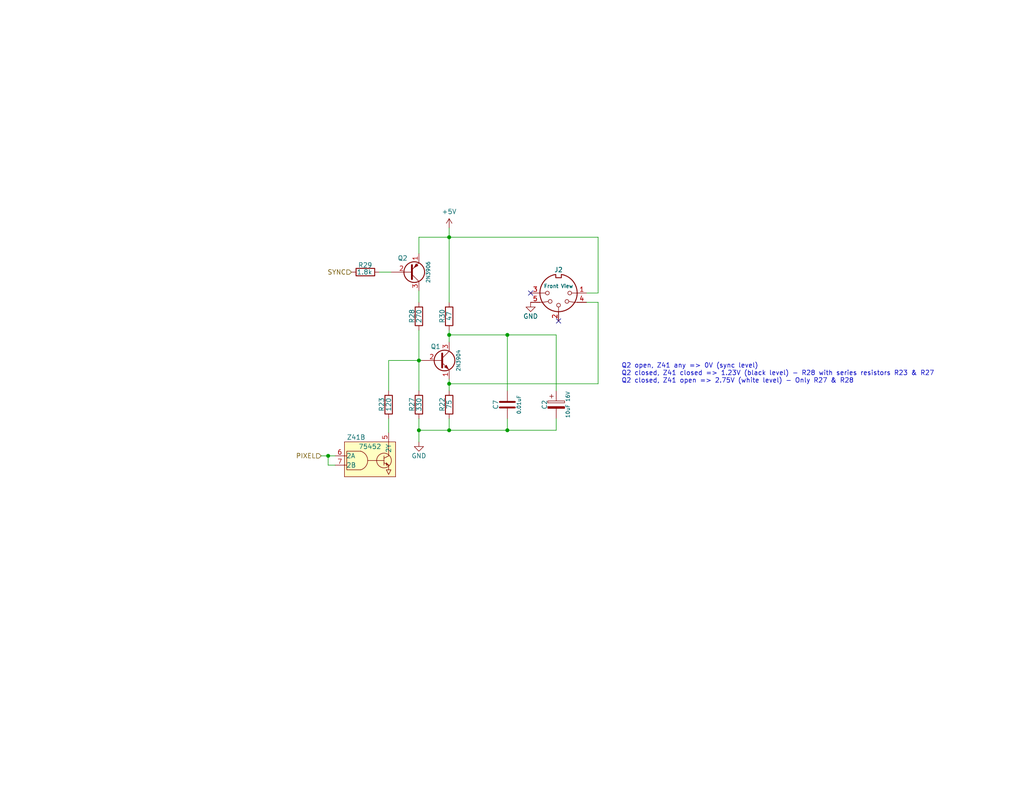
<source format=kicad_sch>
(kicad_sch (version 20230121) (generator eeschema)
  (paper "USLetter")
  (title_block (title "TRS-80 Model I") (date "2023-10-24") (rev "G") (company "RetroStack - Marcel Erz") (comment 2 "Mixing circuit for sync and pixel data") (comment 4 "Video Mixer"))
  (lib_symbols
    (symbol "Connector:DIN-5_180degree" (pin_names (offset 1.016))
      (property "Reference" "J" (at 3.175 5.715 0))
      (property "Value" "DIN-5_180degree" (at 0 -6.35 0))
      (symbol "DIN-5_180degree_0_1"
        (arc (start -5.08 0) (mid -3.8609 -3.3364) (end -0.762 -5.08) (stroke (width 0.254)))
        (circle (center -3.048 0) (radius 0.508))
        (circle (center -2.286 2.286) (radius 0.508))
        (polyline (pts (xy -5.08 0) (xy -3.556 0)))
        (polyline (pts (xy 0 5.08) (xy 0 3.81)))
        (polyline (pts (xy 5.08 0) (xy 3.556 0)))
        (polyline (pts (xy -5.08 2.54) (xy -4.318 2.54) (xy -2.794 2.286)))
        (polyline (pts (xy 5.08 2.54) (xy 4.318 2.54) (xy 2.794 2.286)))
        (polyline (pts (xy -0.762 -4.953) (xy -0.762 -4.191) (xy 0.762 -4.191) (xy 0.762 -4.953)) (stroke (width 0.254)))
        (circle (center 0 3.302) (radius 0.508))
        (arc (start 0.762 -5.08) (mid 3.8685 -3.343) (end 5.08 0) (stroke (width 0.254)))
        (circle (center 2.286 2.286) (radius 0.508))
        (circle (center 3.048 0) (radius 0.508))
        (arc (start 5.08 0) (mid 0 5.0579) (end -5.08 0) (stroke (width 0.254)))
      )
      (symbol "DIN-5_180degree_1_1"
        (pin passive line (at -7.62 0 0) (length 2.54) (name "~") (number "1"))
        (pin passive line (at 0 7.62 270) (length 2.54) (name "~") (number "2"))
        (pin passive line (at 7.62 0 180) (length 2.54) (name "~") (number "3"))
        (pin passive line (at -7.62 2.54 0) (length 2.54) (name "~") (number "4"))
        (pin passive line (at 7.62 2.54 180) (length 2.54) (name "~") (number "5"))
      )
    )
    (symbol "Device:C" (pin_numbers hide) (pin_names (offset 0.254))
      (property "Reference" "C" (at 0.635 2.54 0))
      (property "Value" "C" (at 0.635 -2.54 0))
      (symbol "C_0_1"
        (polyline (pts (xy -2.032 -0.762) (xy 2.032 -0.762)) (stroke (width 0.508)))
        (polyline (pts (xy -2.032 0.762) (xy 2.032 0.762)) (stroke (width 0.508)))
      )
      (symbol "C_1_1"
        (pin passive line (at 0 3.81 270) (length 2.794) (name "~") (number "1"))
        (pin passive line (at 0 -3.81 90) (length 2.794) (name "~") (number "2"))
      )
    )
    (symbol "Device:C_Polarized" (pin_numbers hide) (pin_names (offset 0.254))
      (property "Reference" "C" (at 0.635 2.54 0))
      (property "Value" "C_Polarized" (at 0.635 -2.54 0))
      (symbol "C_Polarized_0_1"
        (rectangle (start -2.286 0.508) (end 2.286 1.016))
        (polyline (pts (xy -1.778 2.286) (xy -0.762 2.286)))
        (polyline (pts (xy -1.27 2.794) (xy -1.27 1.778)))
        (rectangle (start 2.286 -0.508) (end -2.286 -1.016) (fill (type outline)))
      )
      (symbol "C_Polarized_1_1"
        (pin passive line (at 0 3.81 270) (length 2.794) (name "~") (number "1"))
        (pin passive line (at 0 -3.81 90) (length 2.794) (name "~") (number "2"))
      )
    )
    (symbol "Device:R" (pin_numbers hide) (pin_names (offset 0))
      (property "Reference" "R" (at 2.032 0 90))
      (property "Value" "R" (at 0 0 90))
      (symbol "R_0_1"
        (rectangle (start -1.016 -2.54) (end 1.016 2.54) (stroke (width 0.254)))
      )
      (symbol "R_1_1"
        (pin passive line (at 0 3.81 270) (length 1.27) (name "~") (number "1"))
        (pin passive line (at 0 -3.81 90) (length 1.27) (name "~") (number "2"))
      )
    )
    (symbol "RetroStackLibrary:75452"
      (property "Reference" "U" (at 0 0 0))
      (property "Value" "75452" (at 0 -2.54 0))
      (symbol "75452_1_1"
        (rectangle (start -6.985 -1.27) (end 6.985 -10.795) (fill (type background)))
        (arc (start -2.54 -8.89) (mid -0.6393 -6.35) (end -2.54 -3.81))
        (circle (center -0.127 -6.35) (radius 0.5236))
        (polyline (pts (xy -6.35 -7.62) (xy -6.985 -7.62)))
        (polyline (pts (xy -6.35 -5.08) (xy -6.985 -5.08)))
        (polyline (pts (xy 0.381 -6.35) (xy 1.905 -6.35)))
        (polyline (pts (xy 3.81 -6.985) (xy 5.08 -7.62)))
        (polyline (pts (xy 3.81 -6.35) (xy 1.905 -6.35)))
        (polyline (pts (xy 3.81 -5.715) (xy 5.08 -5.08)))
        (polyline (pts (xy 3.81 -5.08) (xy 3.81 -7.62)))
        (polyline (pts (xy 4.445 -6.985) (xy 4.445 -7.62)))
        (polyline (pts (xy 5.08 -7.62) (xy 4.445 -7.62)))
        (polyline (pts (xy 5.08 -7.62) (xy 4.445 -6.985)))
        (polyline (pts (xy 5.08 -7.62) (xy 5.08 -8.89)))
        (polyline (pts (xy 5.08 -5.08) (xy 5.08 -1.27)))
        (polyline (pts (xy -2.54 -8.89) (xy -6.35 -8.89) (xy -6.35 -3.81) (xy -2.54 -3.81)))
        (polyline (pts (xy 4.445 -8.89) (xy 5.715 -8.89) (xy 5.08 -10.16) (xy 4.445 -8.89)))
        (circle (center 3.81 -6.35) (radius 2.008))
        (pin input line (at -9.525 -5.08 0) (length 2.54) (name "1A") (number "1"))
        (pin input line (at -9.525 -7.62 0) (length 2.54) (name "1B") (number "2"))
        (pin passive line (at 5.08 1.27 270) (length 2.54) (name "1Y") (number "3"))
      )
      (symbol "75452_2_1"
        (rectangle (start -6.985 -1.27) (end 6.985 -10.795) (fill (type background)))
        (arc (start -2.54 -8.89) (mid -0.6393 -6.35) (end -2.54 -3.81))
        (polyline (pts (xy -6.35 -7.62) (xy -6.985 -7.62)))
        (polyline (pts (xy -6.35 -5.08) (xy -6.985 -5.08)))
        (polyline (pts (xy -0.635 -6.35) (xy 1.905 -6.35)))
        (polyline (pts (xy 3.81 -6.985) (xy 5.08 -7.62)))
        (polyline (pts (xy 3.81 -6.35) (xy 1.905 -6.35)))
        (polyline (pts (xy 3.81 -5.715) (xy 5.08 -5.08)))
        (polyline (pts (xy 3.81 -5.08) (xy 3.81 -7.62)))
        (polyline (pts (xy 4.445 -6.985) (xy 4.445 -7.62)))
        (polyline (pts (xy 5.08 -7.62) (xy 4.445 -7.62)))
        (polyline (pts (xy 5.08 -7.62) (xy 4.445 -6.985)))
        (polyline (pts (xy 5.08 -7.62) (xy 5.08 -8.89)))
        (polyline (pts (xy 5.08 -5.08) (xy 5.08 -1.27)))
        (polyline (pts (xy -2.54 -8.89) (xy -6.35 -8.89) (xy -6.35 -3.81) (xy -2.54 -3.81)))
        (polyline (pts (xy 4.445 -8.89) (xy 5.715 -8.89) (xy 5.08 -10.16) (xy 4.445 -8.89)))
        (circle (center 3.81 -6.35) (radius 2.008))
        (pin passive line (at 5.08 1.27 270) (length 2.54) (name "2Y") (number "5"))
        (pin input line (at -9.525 -5.08 0) (length 2.54) (name "2A") (number "6"))
        (pin input line (at -9.525 -7.62 0) (length 2.54) (name "2B") (number "7"))
      )
      (symbol "75452_3_1"
        (rectangle (start -6.985 -1.27) (end 3.175 -16.51) (fill (type background)))
        (pin passive line (at -1.905 -19.05 90) (length 2.54) (name "GND") (number "4"))
        (pin passive line (at -1.905 1.27 270) (length 2.54) (name "VCC") (number "8"))
      )
    )
    (symbol "Transistor_BJT:2N3904" (pin_names (offset 0) hide)
      (property "Reference" "Q" (at 5.08 1.905 0))
      (property "Value" "2N3904" (at 5.08 0 0))
      (symbol "2N3904_0_1"
        (polyline (pts (xy 0.635 0.635) (xy 2.54 2.54)))
        (polyline (pts (xy 0.635 -0.635) (xy 2.54 -2.54) (xy 2.54 -2.54)))
        (polyline (pts (xy 0.635 1.905) (xy 0.635 -1.905) (xy 0.635 -1.905)) (stroke (width 0.508)))
        (polyline (pts (xy 1.27 -1.778) (xy 1.778 -1.27) (xy 2.286 -2.286) (xy 1.27 -1.778) (xy 1.27 -1.778)) (fill (type outline)))
        (circle (center 1.27 0) (radius 2.8194) (stroke (width 0.254)))
      )
      (symbol "2N3904_1_1"
        (pin passive line (at 2.54 -5.08 90) (length 2.54) (name "E") (number "1"))
        (pin passive line (at -5.08 0 0) (length 5.715) (name "B") (number "2"))
        (pin passive line (at 2.54 5.08 270) (length 2.54) (name "C") (number "3"))
      )
    )
    (symbol "Transistor_BJT:2N3906" (pin_names (offset 0) hide)
      (property "Reference" "Q" (at 5.08 1.905 0))
      (property "Value" "2N3906" (at 5.08 0 0))
      (symbol "2N3906_0_1"
        (polyline (pts (xy 0.635 0.635) (xy 2.54 2.54)))
        (polyline (pts (xy 0.635 -0.635) (xy 2.54 -2.54) (xy 2.54 -2.54)))
        (polyline (pts (xy 0.635 1.905) (xy 0.635 -1.905) (xy 0.635 -1.905)) (stroke (width 0.508)))
        (polyline (pts (xy 2.286 -1.778) (xy 1.778 -2.286) (xy 1.27 -1.27) (xy 2.286 -1.778) (xy 2.286 -1.778)) (fill (type outline)))
        (circle (center 1.27 0) (radius 2.8194) (stroke (width 0.254)))
      )
      (symbol "2N3906_1_1"
        (pin passive line (at 2.54 -5.08 90) (length 2.54) (name "E") (number "1"))
        (pin input line (at -5.08 0 0) (length 5.715) (name "B") (number "2"))
        (pin passive line (at 2.54 5.08 270) (length 2.54) (name "C") (number "3"))
      )
    )
    (symbol "power:+5V" (power) (pin_names (offset 0))
      (property "Value" "+5V" (at 0 3.556 0))
      (symbol "+5V_0_1"
        (polyline (pts (xy -0.762 1.27) (xy 0 2.54)))
        (polyline (pts (xy 0 0) (xy 0 2.54)))
        (polyline (pts (xy 0 2.54) (xy 0.762 1.27)))
      )
      (symbol "+5V_1_1"
        (pin power_in line (at 0 0 90) (length 0) hide (name "+5V") (number "1"))
      )
    )
    (symbol "power:GND" (power) (pin_names (offset 0))
      (property "Value" "GND" (at 0 -3.81 0))
      (symbol "GND_0_1"
        (polyline (pts (xy 0 0) (xy 0 -1.27) (xy 1.27 -1.27) (xy 0 -2.54) (xy -1.27 -1.27) (xy 0 -1.27)))
      )
      (symbol "GND_1_1"
        (pin power_in line (at 0 0 270) (length 0) hide (name "GND") (number "1"))
      )
    )
  )
  (junction (at 138.43 117.475))
  (junction (at 122.555 104.775))
  (junction (at 122.555 91.44))
  (junction (at 122.555 64.77))
  (junction (at 114.3 117.475))
  (junction (at 138.43 91.44))
  (junction (at 122.555 117.475))
  (junction (at 89.535 124.46))
  (junction (at 114.3 98.425))
  (no_connect (at 152.4 87.63))
  (no_connect (at 144.78 80.01))
  (wire (pts (xy 114.3 79.375) (xy 114.3 82.55)))
  (wire (pts (xy 89.535 127) (xy 89.535 124.46)))
  (wire (pts (xy 163.195 80.01) (xy 163.195 64.77)))
  (wire (pts (xy 114.3 98.425) (xy 114.935 98.425)))
  (wire (pts (xy 103.505 74.295) (xy 106.68 74.295)))
  (wire (pts (xy 122.555 104.775) (xy 122.555 106.68)))
  (wire (pts (xy 91.44 127) (xy 89.535 127)))
  (wire (pts (xy 163.195 82.55) (xy 163.195 104.775)))
  (wire (pts (xy 122.555 117.475) (xy 114.3 117.475)))
  (wire (pts (xy 151.765 106.68) (xy 151.765 91.44)))
  (wire (pts (xy 114.3 90.17) (xy 114.3 98.425)))
  (wire (pts (xy 89.535 124.46) (xy 91.44 124.46)))
  (wire (pts (xy 160.02 80.01) (xy 163.195 80.01)))
  (wire (pts (xy 122.555 104.775) (xy 163.195 104.775)))
  (wire (pts (xy 114.3 69.215) (xy 114.3 64.77)))
  (wire (pts (xy 163.195 64.77) (xy 122.555 64.77)))
  (wire (pts (xy 151.765 114.3) (xy 151.765 117.475)))
  (wire (pts (xy 138.43 117.475) (xy 122.555 117.475)))
  (wire (pts (xy 114.3 64.77) (xy 122.555 64.77)))
  (wire (pts (xy 138.43 114.3) (xy 138.43 117.475)))
  (wire (pts (xy 122.555 90.17) (xy 122.555 91.44)))
  (wire (pts (xy 151.765 117.475) (xy 138.43 117.475)))
  (wire (pts (xy 122.555 91.44) (xy 122.555 93.345)))
  (wire (pts (xy 106.045 98.425) (xy 114.3 98.425)))
  (wire (pts (xy 122.555 64.77) (xy 122.555 82.55)))
  (wire (pts (xy 138.43 106.68) (xy 138.43 91.44)))
  (wire (pts (xy 114.3 117.475) (xy 114.3 120.65)))
  (wire (pts (xy 151.765 91.44) (xy 138.43 91.44)))
  (wire (pts (xy 122.555 103.505) (xy 122.555 104.775)))
  (wire (pts (xy 122.555 114.3) (xy 122.555 117.475)))
  (wire (pts (xy 122.555 62.23) (xy 122.555 64.77)))
  (wire (pts (xy 106.045 114.3) (xy 106.045 118.11)))
  (wire (pts (xy 106.045 106.68) (xy 106.045 98.425)))
  (wire (pts (xy 114.3 114.3) (xy 114.3 117.475)))
  (wire (pts (xy 87.63 124.46) (xy 89.535 124.46)))
  (wire (pts (xy 114.3 98.425) (xy 114.3 106.68)))
  (wire (pts (xy 138.43 91.44) (xy 122.555 91.44)))
  (wire (pts (xy 160.02 82.55) (xy 163.195 82.55)))
  (text "Q2 open, Z41 any => 0V (sync level)\nQ2 closed, Z41 closed => 1.23V (black level) - R28 with series resistors R23 & R27\nQ2 closed, Z41 open => 2.75V (white level) - Only R27 & R28" (at 169.545 104.775 0) (effects (font (size 1.27 1.27)) (justify left bottom)))
  (hierarchical_label "PIXEL" (shape input) (at 87.63 124.46 180))
  (hierarchical_label "SYNC" (shape input) (at 95.885 74.295 180))
  (symbol (lib_id "Transistor_BJT:2N3904") (at 120.015 98.425 0) (unit 1)
    (property "Reference" "Q1" (at 117.475 94.615 0) (effects (justify left)))
    (property "Value" "2N3904" (at 125.095 98.425 90) (effects (font (size 1 1))))
    (property "Footprint" "RetroStackLibrary:TRS80_Model_I_Q_Circle_EBC" (effects hide))
    (property "Datasheet" "https://www.onsemi.com/pub/Collateral/2N3903-D.PDF" (effects hide))
    (instances (project "Replica" (path "" (reference "Q1") (unit 1))) (project "TRS80_Model_I_G" (path "" (reference "Q?") (unit 1)) (path "" (reference "Q1") (unit 1))))
  )
  (symbol (lib_id "Device:R") (at 114.3 86.36 0) (unit 1)
    (property "Reference" "R28" (at 112.395 88.265 90) (effects (justify left)))
    (property "Value" "270" (at 114.3 88.265 90) (effects (justify left)))
    (property "Footprint" "RetroStackLibrary:TRS80_Model_I_R_0.25W" (effects hide))
    (instances (project "Replica" (path "" (reference "R28") (unit 1))) (project "TRS80_Model_I_G" (path "" (reference "R?") (unit 1)) (path "" (reference "R28") (unit 1))))
  )
  (symbol (lib_id "Device:C_Polarized") (at 151.765 110.49 0) (unit 1)
    (property "Reference" "C2" (at 148.59 110.49 90))
    (property "Value" "10uF 16V" (at 154.94 110.49 90) (effects (font (size 1 1))))
    (property "Footprint" "RetroStackLibrary:TRS80_Model_I_C_Pol_Radial_5D_2.5P" (effects hide))
    (instances (project "Replica" (path "" (reference "C2") (unit 1))) (project "TRS80_Model_I_G" (path "" (reference "C?") (unit 1)) (path "" (reference "C2") (unit 1))))
  )
  (symbol (lib_id "Device:R") (at 122.555 86.36 0) (unit 1)
    (property "Reference" "R30" (at 120.65 88.265 90) (effects (justify left)))
    (property "Value" "47" (at 122.555 87.63 90) (effects (justify left)))
    (property "Footprint" "RetroStackLibrary:TRS80_Model_I_R_0.25W" (effects hide))
    (instances (project "Replica" (path "" (reference "R30") (unit 1))) (project "TRS80_Model_I_G" (path "" (reference "R?") (unit 1)) (path "" (reference "R30") (unit 1))))
  )
  (symbol (lib_id "Device:R") (at 122.555 110.49 0) (unit 1)
    (property "Reference" "R22" (at 120.65 112.395 90) (effects (justify left)))
    (property "Value" "75" (at 122.555 111.76 90) (effects (justify left)))
    (property "Footprint" "RetroStackLibrary:TRS80_Model_I_R_0.25W" (effects hide))
    (instances (project "Replica" (path "" (reference "R22") (unit 1))) (project "TRS80_Model_I_G" (path "" (reference "R?") (unit 1)) (path "" (reference "R22") (unit 1))))
  )
  (symbol (lib_id "power:GND") (at 144.78 82.55 0) (unit 1)
    (property "Reference" "#PWR02" (effects hide))
    (property "Value" "GND" (at 144.78 86.36 0))
    (instances (project "Replica" (path "" (reference "#PWR02") (unit 1))) (project "TRS80_Model_I_G" (path "" (reference "#PWR?") (unit 1)) (path "" (reference "#PWR068") (unit 1))))
  )
  (symbol (lib_id "Connector:DIN-5_180degree") (at 152.4 80.01 180) (unit 1)
    (property "Reference" "J2" (at 152.4 73.66 0))
    (property "Value" "Front View" (at 152.4 78.105 0) (effects (font (size 1 1))))
    (property "Footprint" "RetroStackLibrary:TRS80_Model_I_DIN5" (effects hide))
    (property "Datasheet" "http://www.mouser.com/ds/2/18/40_c091_abd_e-75918.pdf" (effects hide))
    (instances (project "Replica" (path "" (reference "J2") (unit 1))) (project "TRS80_Model_I_G" (path "" (reference "J?") (unit 1)) (path "" (reference "J2") (unit 1))))
  )
  (symbol (lib_id "Device:R") (at 106.045 110.49 0) (unit 1)
    (property "Reference" "R23" (at 104.14 112.395 90) (effects (justify left)))
    (property "Value" "120" (at 106.045 112.395 90) (effects (justify left)))
    (property "Footprint" "RetroStackLibrary:TRS80_Model_I_R_0.25W" (effects hide))
    (instances (project "Replica" (path "" (reference "R23") (unit 1))) (project "TRS80_Model_I_G" (path "" (reference "R?") (unit 1)) (path "" (reference "R23") (unit 1))))
  )
  (symbol (lib_id "Device:C") (at 138.43 110.49 0) (unit 1)
    (property "Reference" "C7" (at 135.255 110.49 90))
    (property "Value" "0.01uF" (at 141.605 110.49 90) (effects (font (size 1 1))))
    (property "Footprint" "RetroStackLibrary:TRS80_Model_I_C_Disc_9.5L_4W_6P_Small" (effects hide))
    (instances (project "Replica" (path "" (reference "C7") (unit 1))) (project "TRS80_Model_I_G" (path "" (reference "C?") (unit 1)) (path "" (reference "C7") (unit 1))))
  )
  (symbol (lib_id "Device:R") (at 114.3 110.49 0) (unit 1)
    (property "Reference" "R27" (at 112.395 112.395 90) (effects (justify left)))
    (property "Value" "330" (at 114.3 112.395 90) (effects (justify left)))
    (property "Footprint" "RetroStackLibrary:TRS80_Model_I_R_0.25W" (effects hide))
    (instances (project "Replica" (path "" (reference "R27") (unit 1))) (project "TRS80_Model_I_G" (path "" (reference "R?") (unit 1)) (path "" (reference "R27") (unit 1))))
  )
  (symbol (lib_id "power:GND") (at 114.3 120.65 0) (unit 1)
    (property "Reference" "#PWR02" (effects hide))
    (property "Value" "GND" (at 114.3 124.46 0))
    (instances (project "Replica" (path "" (reference "#PWR02") (unit 1))) (project "TRS80_Model_I_G" (path "" (reference "#PWR?") (unit 1)) (path "" (reference "#PWR066") (unit 1))))
  )
  (symbol (lib_id "Transistor_BJT:2N3906") (at 111.76 74.295 0) (mirror x) (unit 1)
    (property "Reference" "Q2" (at 109.855 70.485 0))
    (property "Value" "2N3906" (at 116.84 74.295 90) (effects (font (size 1 1))))
    (property "Footprint" "RetroStackLibrary:TRS80_Model_I_Q_Circle_EBC" (effects hide))
    (property "Datasheet" "https://www.onsemi.com/pub/Collateral/2N3906-D.PDF" (effects hide))
    (instances (project "Replica" (path "" (reference "Q2") (unit 1))) (project "TRS80_Model_I_G" (path "" (reference "Q?") (unit 1)) (path "" (reference "Q2") (unit 1))))
  )
  (symbol (lib_id "power:+5V") (at 122.555 62.23 0) (unit 1)
    (property "Reference" "#PWR01" (effects hide))
    (property "Value" "+5V" (at 122.555 57.785 0))
    (instances (project "Replica" (path "" (reference "#PWR01") (unit 1))) (project "TRS80_Model_I_G" (path "" (reference "#PWR?") (unit 1)) (path "" (reference "#PWR067") (unit 1))))
  )
  (symbol (lib_id "Device:R") (at 99.695 74.295 90) (unit 1)
    (property "Reference" "R29" (at 101.6 72.39 90) (effects (justify left)))
    (property "Value" "1.8k" (at 101.6 74.295 90) (effects (justify left)))
    (property "Footprint" "RetroStackLibrary:TRS80_Model_I_R_0.25W" (effects hide))
    (instances (project "Replica" (path "" (reference "R29") (unit 1))) (project "TRS80_Model_I_G" (path "" (reference "R?") (unit 1)) (path "" (reference "R29") (unit 1))))
  )
  (symbol (lib_id "RetroStackLibrary:75452") (at 100.965 119.38 0) (unit 2)
    (property "Reference" "Z41" (at 94.615 119.38 0) (effects (justify left)))
    (property "Value" "75452" (at 97.79 121.92 0) (effects (justify left)))
    (property "Footprint" "RetroStackLibrary:TRS80_Model_I_DIP8" (effects hide))
    (property "Datasheet" "https://www.ti.com/lit/ds/symlink/sn75452b.pdf" (effects hide))
    (instances (project "Replica" (path "" (reference "Z41") (unit 2))) (project "TRS80_Model_I_G" (path "" (reference "Z?") (unit 2)) (path "" (reference "Z41") (unit 2))))
  )
)
</source>
